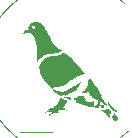
<source format=gbr>
%TF.GenerationSoftware,KiCad,Pcbnew,(6.0.2-0)*%
%TF.CreationDate,2022-07-29T18:49:05+02:00*%
%TF.ProjectId,crossfaderAttenuator,63726f73-7366-4616-9465-72417474656e,rev?*%
%TF.SameCoordinates,Original*%
%TF.FileFunction,Legend,Bot*%
%TF.FilePolarity,Positive*%
%FSLAX46Y46*%
G04 Gerber Fmt 4.6, Leading zero omitted, Abs format (unit mm)*
G04 Created by KiCad (PCBNEW (6.0.2-0)) date 2022-07-29 18:49:05*
%MOMM*%
%LPD*%
G01*
G04 APERTURE LIST*
%ADD10C,0.120000*%
G04 APERTURE END LIST*
%TO.C,G\u002A\u002A\u002A*%
G36*
X148980932Y-86067136D02*
G01*
X149015721Y-86106005D01*
X149052206Y-86149178D01*
X149118678Y-86232241D01*
X149187337Y-86322279D01*
X149250866Y-86409402D01*
X149301950Y-86483718D01*
X149333272Y-86535337D01*
X149336107Y-86540872D01*
X149356114Y-86586892D01*
X149354582Y-86618077D01*
X149331152Y-86654500D01*
X149330246Y-86655690D01*
X149285133Y-86703750D01*
X149230100Y-86749479D01*
X149197454Y-86770744D01*
X149144540Y-86790749D01*
X149086847Y-86787168D01*
X149008654Y-86760806D01*
X148976431Y-86746870D01*
X148944422Y-86725714D01*
X148920242Y-86693228D01*
X148897252Y-86639653D01*
X148868813Y-86555228D01*
X148854410Y-86510967D01*
X148833526Y-86441028D01*
X148828855Y-86395966D01*
X148843632Y-86364936D01*
X148881091Y-86337094D01*
X148944468Y-86301596D01*
X148964726Y-86289671D01*
X148992837Y-86264683D01*
X149002914Y-86230977D01*
X148996525Y-86178053D01*
X148975237Y-86095412D01*
X148971030Y-86080027D01*
X148967944Y-86058976D01*
X148980932Y-86067136D01*
G37*
G36*
X148420505Y-85421461D02*
G01*
X148404394Y-85472839D01*
X148390895Y-85489794D01*
X148372853Y-85500572D01*
X148344740Y-85498358D01*
X148296910Y-85481973D01*
X148219717Y-85450235D01*
X148187337Y-85450021D01*
X148150579Y-85486720D01*
X148130884Y-85523435D01*
X148129550Y-85559815D01*
X148148319Y-85613172D01*
X148157884Y-85636368D01*
X148168609Y-85675114D01*
X148155363Y-85697741D01*
X148112681Y-85720739D01*
X148085671Y-85732714D01*
X148035817Y-85741987D01*
X147981308Y-85726939D01*
X147947363Y-85709354D01*
X147918236Y-85673826D01*
X147901770Y-85611732D01*
X147892075Y-85560755D01*
X147876044Y-85510295D01*
X147853695Y-85486827D01*
X147819160Y-85481067D01*
X147809337Y-85482223D01*
X147772201Y-85510036D01*
X147746072Y-85567263D01*
X147736197Y-85643625D01*
X147734438Y-85672473D01*
X147719390Y-85688491D01*
X147677940Y-85680592D01*
X147677789Y-85680548D01*
X147634138Y-85673743D01*
X147558736Y-85667693D01*
X147462132Y-85663056D01*
X147354879Y-85660487D01*
X147294770Y-85659494D01*
X147186400Y-85655237D01*
X147105395Y-85647111D01*
X147041423Y-85633822D01*
X146984153Y-85614076D01*
X146911506Y-85588571D01*
X146815274Y-85560787D01*
X146719349Y-85537897D01*
X146694378Y-85532498D01*
X146587069Y-85505541D01*
X146467285Y-85470646D01*
X146340918Y-85430058D01*
X146213860Y-85386023D01*
X146092003Y-85340784D01*
X145981240Y-85296586D01*
X145887463Y-85255674D01*
X145816564Y-85220292D01*
X145774436Y-85192685D01*
X145766970Y-85175098D01*
X145785320Y-85145478D01*
X145785246Y-85091901D01*
X145756425Y-85036894D01*
X145704805Y-84990179D01*
X145636329Y-84961476D01*
X145618981Y-84957134D01*
X145574040Y-84937094D01*
X145563111Y-84914985D01*
X145589942Y-84896089D01*
X145614817Y-84885907D01*
X145672434Y-84859686D01*
X145750741Y-84822593D01*
X145840200Y-84779088D01*
X145847772Y-84775378D01*
X145982381Y-84715671D01*
X146099234Y-84675704D01*
X146193939Y-84656392D01*
X146262106Y-84658650D01*
X146299344Y-84683393D01*
X146331136Y-84708297D01*
X146402637Y-84718432D01*
X146445873Y-84720312D01*
X146477976Y-84731736D01*
X146486322Y-84757943D01*
X146487811Y-84772690D01*
X146515062Y-84831554D01*
X146568856Y-84890407D01*
X146639030Y-84937313D01*
X146655537Y-84945832D01*
X146682493Y-84965191D01*
X146670292Y-84972161D01*
X146641263Y-84976386D01*
X146589483Y-84995305D01*
X146579291Y-85001036D01*
X146559530Y-85022566D01*
X146574988Y-85051595D01*
X146575303Y-85051971D01*
X146611674Y-85080346D01*
X146674683Y-85117051D01*
X146751733Y-85156062D01*
X146830231Y-85191357D01*
X146897581Y-85216914D01*
X146941187Y-85226708D01*
X146944895Y-85226545D01*
X146989819Y-85218060D01*
X147059241Y-85199270D01*
X147139769Y-85173747D01*
X147165546Y-85165018D01*
X147246564Y-85138510D01*
X147295599Y-85125803D01*
X147319059Y-85126707D01*
X147323348Y-85141035D01*
X147314873Y-85168598D01*
X147296670Y-85231766D01*
X147282646Y-85321222D01*
X147279948Y-85405422D01*
X147290019Y-85467038D01*
X147318251Y-85505577D01*
X147370187Y-85525165D01*
X147429496Y-85515429D01*
X147482997Y-85475771D01*
X147508423Y-85445400D01*
X147589885Y-85342962D01*
X147623647Y-85292451D01*
X147822858Y-85292451D01*
X147830674Y-85359719D01*
X147864840Y-85425249D01*
X147882167Y-85445373D01*
X147923819Y-85473371D01*
X147975218Y-85473584D01*
X148048666Y-85447502D01*
X148052483Y-85445789D01*
X148105502Y-85406043D01*
X148121393Y-85357675D01*
X148102422Y-85307027D01*
X148050852Y-85260445D01*
X147968950Y-85224270D01*
X147932175Y-85214445D01*
X147885604Y-85210860D01*
X147853383Y-85226297D01*
X147842226Y-85237934D01*
X147822858Y-85292451D01*
X147623647Y-85292451D01*
X147643596Y-85262605D01*
X147671470Y-85198204D01*
X147675419Y-85143632D01*
X147657354Y-85092763D01*
X147619189Y-85039472D01*
X147566420Y-84990443D01*
X147486561Y-84939223D01*
X147402255Y-84902171D01*
X147329947Y-84887906D01*
X147315561Y-84886243D01*
X147272863Y-84866086D01*
X147216377Y-84819751D01*
X147140680Y-84743090D01*
X147109958Y-84710623D01*
X147049439Y-84649026D01*
X147000621Y-84602395D01*
X146971913Y-84578912D01*
X146962659Y-84571746D01*
X146930239Y-84531515D01*
X146897767Y-84474812D01*
X146857048Y-84390075D01*
X146578455Y-84397919D01*
X146559241Y-84398424D01*
X146455512Y-84399870D01*
X146367967Y-84399018D01*
X146305322Y-84396063D01*
X146276295Y-84391197D01*
X146277752Y-84378849D01*
X146307099Y-84344243D01*
X146363507Y-84292428D01*
X146442768Y-84227540D01*
X146499056Y-84182715D01*
X146569248Y-84122615D01*
X146616011Y-84074041D01*
X146646488Y-84029137D01*
X146667822Y-83980050D01*
X146689384Y-83924227D01*
X146726679Y-83836737D01*
X146766241Y-83751182D01*
X146776163Y-83730435D01*
X146807416Y-83654603D01*
X146819613Y-83595876D01*
X146816279Y-83539338D01*
X146815977Y-83537460D01*
X146814119Y-83448041D01*
X146832416Y-83359178D01*
X146866503Y-83284610D01*
X146912013Y-83238079D01*
X146928120Y-83229541D01*
X146953835Y-83222765D01*
X146980368Y-83232762D01*
X147016958Y-83264382D01*
X147072844Y-83322471D01*
X147099225Y-83350725D01*
X147340802Y-83633117D01*
X147550109Y-83925953D01*
X147736203Y-84241784D01*
X147750135Y-84267430D01*
X147800309Y-84354985D01*
X147848977Y-84433739D01*
X147887293Y-84489208D01*
X147887762Y-84489815D01*
X147925456Y-84545918D01*
X147939082Y-84595175D01*
X147934905Y-84660061D01*
X147932612Y-84697013D01*
X147953476Y-84806932D01*
X148013593Y-84927624D01*
X148112201Y-85057381D01*
X148146977Y-85099098D01*
X148197011Y-85166303D01*
X148231280Y-85221201D01*
X148232267Y-85223085D01*
X148275434Y-85279986D01*
X148329088Y-85322045D01*
X148332612Y-85323892D01*
X148378383Y-85357675D01*
X148396017Y-85370690D01*
X148420505Y-85421461D01*
G37*
G36*
X148438671Y-85727927D02*
G01*
X148484681Y-85758680D01*
X148539799Y-85802411D01*
X148593801Y-85850521D01*
X148636466Y-85894412D01*
X148657571Y-85925486D01*
X148674109Y-85950469D01*
X148716757Y-85972260D01*
X148747963Y-85985667D01*
X148769065Y-86013491D01*
X148769366Y-86040754D01*
X148744005Y-86053044D01*
X148742579Y-86053063D01*
X148715235Y-86067932D01*
X148715107Y-86100881D01*
X148742452Y-86137781D01*
X148765339Y-86163987D01*
X148770480Y-86203337D01*
X148738802Y-86231580D01*
X148729736Y-86233553D01*
X148685105Y-86218097D01*
X148622289Y-86165994D01*
X148597902Y-86142660D01*
X148557922Y-86108966D01*
X148544474Y-86107697D01*
X148557256Y-86139292D01*
X148595964Y-86204189D01*
X148608859Y-86225712D01*
X148632956Y-86280362D01*
X148630921Y-86310746D01*
X148629187Y-86312822D01*
X148626896Y-86348846D01*
X148648463Y-86408938D01*
X148653852Y-86420443D01*
X148681629Y-86485269D01*
X148700679Y-86538164D01*
X148715547Y-86589006D01*
X148654855Y-86545553D01*
X148644058Y-86537347D01*
X148590528Y-86490266D01*
X148519394Y-86421459D01*
X148438494Y-86339033D01*
X148355665Y-86251096D01*
X148278744Y-86165754D01*
X148215568Y-86091116D01*
X148211975Y-86086680D01*
X148154134Y-86024445D01*
X148095118Y-85985814D01*
X148015156Y-85957618D01*
X147957038Y-85940894D01*
X147858898Y-85911278D01*
X147769573Y-85882776D01*
X147697036Y-85858048D01*
X147649260Y-85839754D01*
X147634218Y-85830552D01*
X147653387Y-85828910D01*
X147702753Y-85834096D01*
X147768539Y-85844612D01*
X147837420Y-85858055D01*
X147896072Y-85872021D01*
X147931170Y-85884108D01*
X147952632Y-85892379D01*
X147980720Y-85882107D01*
X147989319Y-85873694D01*
X148018775Y-85879481D01*
X148057828Y-85900726D01*
X148127696Y-85913176D01*
X148189789Y-85899349D01*
X148222375Y-85884567D01*
X148264883Y-85873956D01*
X148273288Y-85871753D01*
X148307680Y-85845330D01*
X148345597Y-85798832D01*
X148357770Y-85781249D01*
X148390764Y-85738656D01*
X148411854Y-85718797D01*
X148411990Y-85718750D01*
X148438671Y-85727927D01*
G37*
G36*
X148487340Y-85200671D02*
G01*
X148529326Y-85227539D01*
X148597682Y-85279275D01*
X148610737Y-85289760D01*
X148671786Y-85343652D01*
X148750551Y-85418203D01*
X148840093Y-85506316D01*
X148933470Y-85600893D01*
X149023742Y-85694836D01*
X149103968Y-85781049D01*
X149167209Y-85852433D01*
X149206524Y-85901892D01*
X149225464Y-85931659D01*
X149248684Y-85980339D01*
X149251761Y-86009242D01*
X149229475Y-86016632D01*
X149178316Y-86004773D01*
X149106825Y-85974839D01*
X149022309Y-85930686D01*
X148932073Y-85876173D01*
X148843422Y-85815157D01*
X148763662Y-85751496D01*
X148753050Y-85742025D01*
X148688511Y-85668759D01*
X148658904Y-85596470D01*
X148657330Y-85588685D01*
X148629758Y-85525313D01*
X148572247Y-85477829D01*
X148515917Y-85427634D01*
X148472133Y-85340737D01*
X148456582Y-85231099D01*
X148457393Y-85212977D01*
X148465454Y-85196531D01*
X148487340Y-85200671D01*
G37*
G36*
X144958085Y-81124998D02*
G01*
X145007168Y-81156212D01*
X145091211Y-81216631D01*
X145182252Y-81291006D01*
X145283068Y-81382077D01*
X145396432Y-81492580D01*
X145525119Y-81625253D01*
X145671903Y-81782835D01*
X145839558Y-81968063D01*
X146030859Y-82183676D01*
X146079830Y-82239302D01*
X146190319Y-82364916D01*
X146293140Y-82481955D01*
X146384222Y-82585779D01*
X146459495Y-82671745D01*
X146514890Y-82735213D01*
X146546336Y-82771541D01*
X146616942Y-82854211D01*
X146480150Y-82854211D01*
X146406278Y-82857855D01*
X146293969Y-82876297D01*
X146196407Y-82907137D01*
X146127240Y-82946794D01*
X146091426Y-82965388D01*
X146027646Y-82987928D01*
X145950123Y-83009269D01*
X145863416Y-83033674D01*
X145775305Y-83071299D01*
X145690417Y-83125758D01*
X145593939Y-83205200D01*
X145581764Y-83215366D01*
X145518437Y-83260545D01*
X145435642Y-83312176D01*
X145348039Y-83360973D01*
X145326347Y-83372690D01*
X145224144Y-83435926D01*
X145116701Y-83512568D01*
X145023546Y-83588899D01*
X144993676Y-83615180D01*
X144836263Y-83732465D01*
X144684557Y-83809232D01*
X144539620Y-83844920D01*
X144513364Y-83848688D01*
X144447883Y-83866033D01*
X144403643Y-83888822D01*
X144376332Y-83904408D01*
X144328922Y-83915227D01*
X144254898Y-83921142D01*
X144146429Y-83923201D01*
X144088932Y-83923689D01*
X144003870Y-83926649D01*
X143947292Y-83933462D01*
X143910038Y-83945561D01*
X143882944Y-83964375D01*
X143847744Y-84006037D01*
X143843870Y-84050958D01*
X143880399Y-84099305D01*
X143924429Y-84128441D01*
X144000999Y-84165551D01*
X144098954Y-84205723D01*
X144208267Y-84245118D01*
X144318909Y-84279897D01*
X144420851Y-84306220D01*
X144478434Y-84318516D01*
X144538112Y-84327402D01*
X144588670Y-84325718D01*
X144646508Y-84312407D01*
X144728023Y-84286411D01*
X144804542Y-84260918D01*
X144916282Y-84222498D01*
X144997329Y-84192337D01*
X145054045Y-84167820D01*
X145092792Y-84146332D01*
X145119933Y-84125255D01*
X145128469Y-84118379D01*
X145173882Y-84088378D01*
X145245874Y-84045182D01*
X145336470Y-83993489D01*
X145437698Y-83937998D01*
X145559275Y-83872211D01*
X145664775Y-83813533D01*
X145752917Y-83761916D01*
X145834277Y-83710940D01*
X145919434Y-83654187D01*
X146018962Y-83585239D01*
X146042051Y-83569216D01*
X146123829Y-83516268D01*
X146175403Y-83491429D01*
X146197383Y-83495583D01*
X146190376Y-83529610D01*
X146154991Y-83594391D01*
X146091837Y-83690808D01*
X146047623Y-83757427D01*
X145988171Y-83852535D01*
X145938135Y-83938742D01*
X145905143Y-84003277D01*
X145899114Y-84016711D01*
X145860413Y-84091122D01*
X145817041Y-84144989D01*
X145757275Y-84189969D01*
X145669395Y-84237717D01*
X145626089Y-84261058D01*
X145567353Y-84298317D01*
X145531697Y-84328294D01*
X145514199Y-84344398D01*
X145457377Y-84380211D01*
X145380810Y-84417897D01*
X145298181Y-84451030D01*
X145223171Y-84473186D01*
X145214206Y-84475434D01*
X145149950Y-84501472D01*
X145086653Y-84539474D01*
X145071598Y-84550155D01*
X145022488Y-84579530D01*
X144989457Y-84591326D01*
X144981834Y-84592392D01*
X144950687Y-84617373D01*
X144930479Y-84661223D01*
X144931049Y-84704825D01*
X144944642Y-84724314D01*
X144994330Y-84753305D01*
X145063526Y-84769296D01*
X145137675Y-84767847D01*
X145149032Y-84766170D01*
X145194383Y-84766642D01*
X145234707Y-84786513D01*
X145285709Y-84832659D01*
X145314033Y-84858985D01*
X145361758Y-84894976D01*
X145394623Y-84909091D01*
X145418774Y-84913205D01*
X145422846Y-84934353D01*
X145392046Y-84976271D01*
X145381067Y-84986817D01*
X145320988Y-85012178D01*
X145249687Y-85004150D01*
X145178368Y-84963407D01*
X145139117Y-84938247D01*
X145062341Y-84904962D01*
X144973210Y-84878445D01*
X144909621Y-84863099D01*
X144831177Y-84840758D01*
X144791251Y-84822847D01*
X144787693Y-84808218D01*
X144818355Y-84795724D01*
X144822103Y-84794735D01*
X144872469Y-84765596D01*
X144886392Y-84721395D01*
X144860936Y-84670745D01*
X144858916Y-84668563D01*
X144810914Y-84629472D01*
X144746526Y-84590625D01*
X144682175Y-84560845D01*
X144634283Y-84548957D01*
X144630040Y-84549176D01*
X144593821Y-84570969D01*
X144572171Y-84617480D01*
X144572820Y-84673099D01*
X144577978Y-84701403D01*
X144565546Y-84709587D01*
X144524068Y-84696297D01*
X144473350Y-84671645D01*
X144420851Y-84635440D01*
X144386323Y-84608759D01*
X144345393Y-84586084D01*
X144320164Y-84572376D01*
X144264205Y-84532995D01*
X144188288Y-84474191D01*
X144098812Y-84401209D01*
X144002173Y-84319294D01*
X143904770Y-84233690D01*
X143813000Y-84149643D01*
X143709760Y-84048948D01*
X143581678Y-83915430D01*
X143450056Y-83770254D01*
X143319076Y-83618625D01*
X143192922Y-83465750D01*
X143075776Y-83316837D01*
X142971822Y-83177093D01*
X142885241Y-83051723D01*
X142820218Y-82945936D01*
X142780935Y-82864937D01*
X142742234Y-82744246D01*
X142707842Y-82593981D01*
X142685402Y-82441641D01*
X142675966Y-82297537D01*
X142680588Y-82171979D01*
X142700320Y-82075275D01*
X142719780Y-82025512D01*
X142786371Y-81895344D01*
X142872641Y-81763934D01*
X142970554Y-81641714D01*
X143072073Y-81539119D01*
X143169160Y-81466583D01*
X143232187Y-81436084D01*
X143353247Y-81395361D01*
X143504619Y-81359328D01*
X143679243Y-81329584D01*
X143870058Y-81307730D01*
X143903738Y-81304709D01*
X144056526Y-81289287D01*
X144175826Y-81273195D01*
X144269069Y-81254681D01*
X144343689Y-81231993D01*
X144407120Y-81203379D01*
X144466793Y-81167089D01*
X144515267Y-81136539D01*
X144601155Y-81089369D01*
X144677371Y-81054756D01*
X144778453Y-81016386D01*
X144958085Y-81124998D01*
G37*
G36*
X144864931Y-85398384D02*
G01*
X144824169Y-85449072D01*
X144759921Y-85530351D01*
X144709437Y-85596026D01*
X144677081Y-85640376D01*
X144667216Y-85657678D01*
X144668466Y-85658467D01*
X144694529Y-85674180D01*
X144745814Y-85704799D01*
X144812761Y-85744612D01*
X144878571Y-85784881D01*
X144961968Y-85840827D01*
X145016400Y-85884140D01*
X145040479Y-85912851D01*
X145032812Y-85924993D01*
X144992010Y-85918596D01*
X144916682Y-85891693D01*
X144885864Y-85879722D01*
X144714692Y-85834933D01*
X144550706Y-85830777D01*
X144390380Y-85867090D01*
X144390323Y-85867110D01*
X144320584Y-85894789D01*
X144268817Y-85920975D01*
X144246228Y-85940001D01*
X144248714Y-85949238D01*
X144275575Y-85982784D01*
X144325612Y-86031068D01*
X144391801Y-86086996D01*
X144427745Y-86116296D01*
X144489135Y-86171530D01*
X144515940Y-86205250D01*
X144508185Y-86216681D01*
X144465897Y-86205046D01*
X144389100Y-86169570D01*
X144247003Y-86115911D01*
X144103619Y-86101084D01*
X143949347Y-86124208D01*
X143883016Y-86143754D01*
X143775339Y-86184339D01*
X143673223Y-86232099D01*
X143588529Y-86281279D01*
X143533122Y-86326124D01*
X143499556Y-86355835D01*
X143465798Y-86370974D01*
X143447460Y-86363832D01*
X143454257Y-86333499D01*
X143479324Y-86298083D01*
X143520913Y-86254058D01*
X143549959Y-86225308D01*
X143600681Y-86170328D01*
X143654901Y-86107781D01*
X143742199Y-86003637D01*
X143572972Y-86016687D01*
X143471838Y-86029521D01*
X143353269Y-86053131D01*
X143250246Y-86081669D01*
X143174767Y-86105095D01*
X143112853Y-86118384D01*
X143084459Y-86116256D01*
X143087365Y-86101071D01*
X143119350Y-86075190D01*
X143178193Y-86040973D01*
X143261673Y-86000780D01*
X143367570Y-85956972D01*
X143385904Y-85949738D01*
X143452507Y-85919842D01*
X143494246Y-85894898D01*
X143503501Y-85879264D01*
X143491039Y-85870635D01*
X143445891Y-85848145D01*
X143384100Y-85822590D01*
X143282993Y-85784210D01*
X143470604Y-85771438D01*
X143511410Y-85768275D01*
X143691010Y-85742701D01*
X143831698Y-85700712D01*
X143933611Y-85642270D01*
X143997164Y-85590948D01*
X143938907Y-85564384D01*
X143902242Y-85544712D01*
X143883540Y-85521939D01*
X143905780Y-85507378D01*
X143968381Y-85502251D01*
X143975218Y-85502169D01*
X144029424Y-85493846D01*
X144079274Y-85468697D01*
X144128749Y-85422205D01*
X144132191Y-85417514D01*
X144481543Y-85417514D01*
X144491418Y-85411369D01*
X144521499Y-85380351D01*
X144560921Y-85333456D01*
X144600441Y-85282342D01*
X144630820Y-85238664D01*
X144642815Y-85214081D01*
X144640560Y-85210156D01*
X144620274Y-85225561D01*
X144578364Y-85275003D01*
X144514143Y-85359257D01*
X144508699Y-85366713D01*
X144485413Y-85402822D01*
X144481543Y-85417514D01*
X144132191Y-85417514D01*
X144181835Y-85349853D01*
X144242513Y-85247126D01*
X144314768Y-85109507D01*
X144342728Y-85054785D01*
X144394052Y-84959926D01*
X144435081Y-84898276D01*
X144471007Y-84866239D01*
X144507024Y-84860218D01*
X144548322Y-84876615D01*
X144600095Y-84911832D01*
X144618385Y-84923174D01*
X144680895Y-84952235D01*
X144765374Y-84984181D01*
X144858884Y-85013909D01*
X144914392Y-85030457D01*
X144997339Y-85059462D01*
X145045465Y-85084418D01*
X145063401Y-85107441D01*
X145063275Y-85112314D01*
X145046267Y-85150085D01*
X145005343Y-85213575D01*
X145004974Y-85214081D01*
X144943799Y-85297952D01*
X144864931Y-85398384D01*
G37*
G36*
X143183508Y-78999221D02*
G01*
X143246716Y-79117546D01*
X143323133Y-79264666D01*
X143415452Y-79445218D01*
X143462699Y-79537417D01*
X143543893Y-79692975D01*
X143621843Y-79838911D01*
X143693424Y-79969562D01*
X143755516Y-80079263D01*
X143804996Y-80162351D01*
X143838743Y-80213160D01*
X143882563Y-80267692D01*
X144017422Y-80409363D01*
X144179030Y-80549649D01*
X144357298Y-80679476D01*
X144374879Y-80691152D01*
X144450427Y-80741567D01*
X144515618Y-80785422D01*
X144557955Y-80814319D01*
X144610323Y-80850774D01*
X144525947Y-80875203D01*
X144466161Y-80898848D01*
X144387764Y-80938584D01*
X144308830Y-80985426D01*
X144239495Y-81027775D01*
X144174457Y-81057599D01*
X144105133Y-81074499D01*
X144012482Y-81084865D01*
X143843598Y-81100220D01*
X143595633Y-81128723D01*
X143386797Y-81161281D01*
X143215157Y-81198272D01*
X143078777Y-81240073D01*
X142975723Y-81287062D01*
X142972878Y-81288703D01*
X142877976Y-81358888D01*
X142776526Y-81459986D01*
X142676281Y-81583397D01*
X142584995Y-81720517D01*
X142514262Y-81839025D01*
X142498738Y-81282106D01*
X142492961Y-81086463D01*
X142486071Y-80893855D01*
X142478276Y-80732642D01*
X142468837Y-80596933D01*
X142457012Y-80480835D01*
X142442062Y-80378454D01*
X142423246Y-80283899D01*
X142399825Y-80191276D01*
X142371057Y-80094693D01*
X142336203Y-79988256D01*
X142317901Y-79934714D01*
X142278090Y-79823410D01*
X142240709Y-79725265D01*
X142209275Y-79649337D01*
X142187305Y-79604683D01*
X142147391Y-79548972D01*
X142077580Y-79472601D01*
X141999670Y-79403997D01*
X141924295Y-79352257D01*
X141862085Y-79326476D01*
X141805919Y-79322002D01*
X141706843Y-79327644D01*
X141591991Y-79344498D01*
X141474955Y-79370441D01*
X141369327Y-79403354D01*
X141315099Y-79421686D01*
X141262814Y-79434522D01*
X141237374Y-79434176D01*
X141233492Y-79420950D01*
X141247097Y-79378922D01*
X141282050Y-79320158D01*
X141332959Y-79253162D01*
X141394431Y-79186439D01*
X141447868Y-79136634D01*
X141492005Y-79107734D01*
X141541063Y-79095200D01*
X141612295Y-79091515D01*
X141666365Y-79089115D01*
X141726742Y-79082753D01*
X141759684Y-79074377D01*
X141780100Y-79047718D01*
X141776391Y-79000032D01*
X141741915Y-78946642D01*
X141731307Y-78935076D01*
X141718770Y-78915465D01*
X141718691Y-78892398D01*
X141733886Y-78857963D01*
X141739672Y-78848625D01*
X142064005Y-78848625D01*
X142066728Y-78911708D01*
X142097540Y-78963605D01*
X142126632Y-78983843D01*
X142190367Y-78997721D01*
X142250588Y-78979586D01*
X142295427Y-78934692D01*
X142313011Y-78868288D01*
X142307638Y-78839077D01*
X142276295Y-78784745D01*
X142228882Y-78741140D01*
X142179243Y-78723269D01*
X142125004Y-78741305D01*
X142084914Y-78787457D01*
X142064005Y-78848625D01*
X141739672Y-78848625D01*
X141767169Y-78804247D01*
X141821356Y-78723337D01*
X141853958Y-78676866D01*
X141914354Y-78598630D01*
X141970062Y-78535314D01*
X142012203Y-78497425D01*
X142070704Y-78468310D01*
X142179954Y-78440471D01*
X142310248Y-78428586D01*
X142450857Y-78432772D01*
X142591052Y-78453143D01*
X142720102Y-78489815D01*
X142746207Y-78500163D01*
X142818784Y-78538082D01*
X142887664Y-78591929D01*
X142966174Y-78671545D01*
X142971328Y-78677205D01*
X143008892Y-78721120D01*
X143046200Y-78770641D01*
X143085942Y-78830406D01*
X143108713Y-78868288D01*
X143130814Y-78905054D01*
X143183508Y-78999221D01*
G37*
D10*
%TO.C,RV1*%
X141059487Y-87695604D02*
X143779487Y-87695604D01*
X149946487Y-76879604D02*
G75*
G03*
X150200487Y-87674604I-4766421J-5512639D01*
G01*
%TD*%
M02*

</source>
